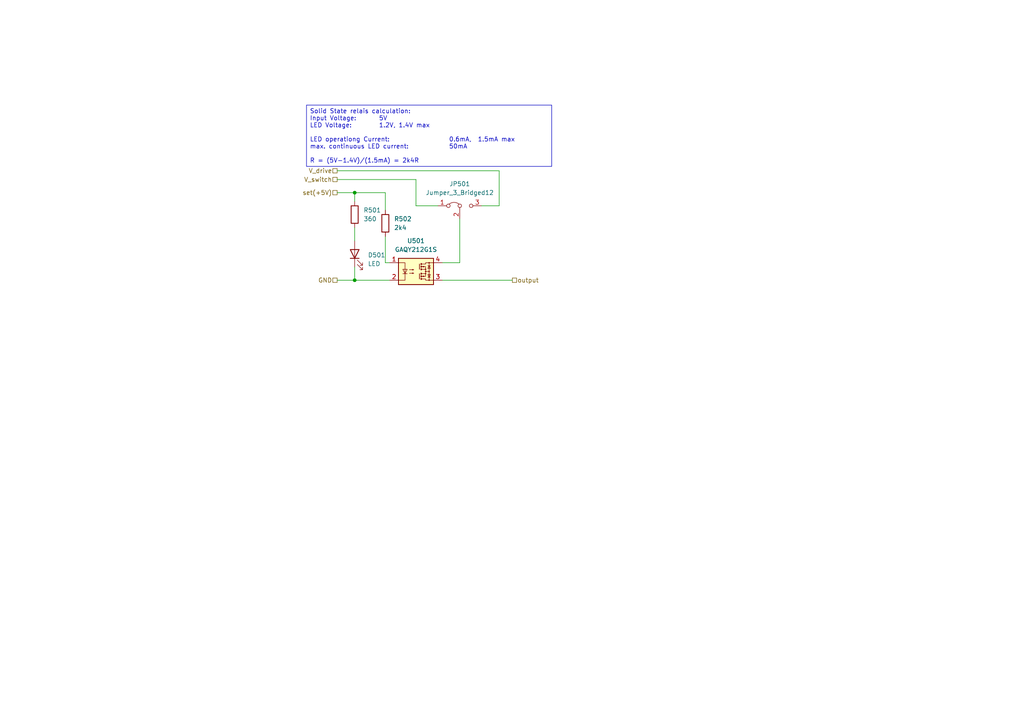
<source format=kicad_sch>
(kicad_sch
	(version 20231120)
	(generator "eeschema")
	(generator_version "8.0")
	(uuid "4de8e5be-4b0f-4e53-9471-30edc62e38f8")
	(paper "A4")
	(lib_symbols
		(symbol "Device:LED"
			(pin_numbers hide)
			(pin_names
				(offset 1.016) hide)
			(exclude_from_sim no)
			(in_bom yes)
			(on_board yes)
			(property "Reference" "D"
				(at 0 2.54 0)
				(effects
					(font
						(size 1.27 1.27)
					)
				)
			)
			(property "Value" "LED"
				(at 0 -2.54 0)
				(effects
					(font
						(size 1.27 1.27)
					)
				)
			)
			(property "Footprint" ""
				(at 0 0 0)
				(effects
					(font
						(size 1.27 1.27)
					)
					(hide yes)
				)
			)
			(property "Datasheet" "~"
				(at 0 0 0)
				(effects
					(font
						(size 1.27 1.27)
					)
					(hide yes)
				)
			)
			(property "Description" "Light emitting diode"
				(at 0 0 0)
				(effects
					(font
						(size 1.27 1.27)
					)
					(hide yes)
				)
			)
			(property "ki_keywords" "LED diode"
				(at 0 0 0)
				(effects
					(font
						(size 1.27 1.27)
					)
					(hide yes)
				)
			)
			(property "ki_fp_filters" "LED* LED_SMD:* LED_THT:*"
				(at 0 0 0)
				(effects
					(font
						(size 1.27 1.27)
					)
					(hide yes)
				)
			)
			(symbol "LED_0_1"
				(polyline
					(pts
						(xy -1.27 -1.27) (xy -1.27 1.27)
					)
					(stroke
						(width 0.254)
						(type default)
					)
					(fill
						(type none)
					)
				)
				(polyline
					(pts
						(xy -1.27 0) (xy 1.27 0)
					)
					(stroke
						(width 0)
						(type default)
					)
					(fill
						(type none)
					)
				)
				(polyline
					(pts
						(xy 1.27 -1.27) (xy 1.27 1.27) (xy -1.27 0) (xy 1.27 -1.27)
					)
					(stroke
						(width 0.254)
						(type default)
					)
					(fill
						(type none)
					)
				)
				(polyline
					(pts
						(xy -3.048 -0.762) (xy -4.572 -2.286) (xy -3.81 -2.286) (xy -4.572 -2.286) (xy -4.572 -1.524)
					)
					(stroke
						(width 0)
						(type default)
					)
					(fill
						(type none)
					)
				)
				(polyline
					(pts
						(xy -1.778 -0.762) (xy -3.302 -2.286) (xy -2.54 -2.286) (xy -3.302 -2.286) (xy -3.302 -1.524)
					)
					(stroke
						(width 0)
						(type default)
					)
					(fill
						(type none)
					)
				)
			)
			(symbol "LED_1_1"
				(pin passive line
					(at -3.81 0 0)
					(length 2.54)
					(name "K"
						(effects
							(font
								(size 1.27 1.27)
							)
						)
					)
					(number "1"
						(effects
							(font
								(size 1.27 1.27)
							)
						)
					)
				)
				(pin passive line
					(at 3.81 0 180)
					(length 2.54)
					(name "A"
						(effects
							(font
								(size 1.27 1.27)
							)
						)
					)
					(number "2"
						(effects
							(font
								(size 1.27 1.27)
							)
						)
					)
				)
			)
		)
		(symbol "Device:R"
			(pin_numbers hide)
			(pin_names
				(offset 0)
			)
			(exclude_from_sim no)
			(in_bom yes)
			(on_board yes)
			(property "Reference" "R"
				(at 2.032 0 90)
				(effects
					(font
						(size 1.27 1.27)
					)
				)
			)
			(property "Value" "R"
				(at 0 0 90)
				(effects
					(font
						(size 1.27 1.27)
					)
				)
			)
			(property "Footprint" ""
				(at -1.778 0 90)
				(effects
					(font
						(size 1.27 1.27)
					)
					(hide yes)
				)
			)
			(property "Datasheet" "~"
				(at 0 0 0)
				(effects
					(font
						(size 1.27 1.27)
					)
					(hide yes)
				)
			)
			(property "Description" "Resistor"
				(at 0 0 0)
				(effects
					(font
						(size 1.27 1.27)
					)
					(hide yes)
				)
			)
			(property "ki_keywords" "R res resistor"
				(at 0 0 0)
				(effects
					(font
						(size 1.27 1.27)
					)
					(hide yes)
				)
			)
			(property "ki_fp_filters" "R_*"
				(at 0 0 0)
				(effects
					(font
						(size 1.27 1.27)
					)
					(hide yes)
				)
			)
			(symbol "R_0_1"
				(rectangle
					(start -1.016 -2.54)
					(end 1.016 2.54)
					(stroke
						(width 0.254)
						(type default)
					)
					(fill
						(type none)
					)
				)
			)
			(symbol "R_1_1"
				(pin passive line
					(at 0 3.81 270)
					(length 1.27)
					(name "~"
						(effects
							(font
								(size 1.27 1.27)
							)
						)
					)
					(number "1"
						(effects
							(font
								(size 1.27 1.27)
							)
						)
					)
				)
				(pin passive line
					(at 0 -3.81 90)
					(length 1.27)
					(name "~"
						(effects
							(font
								(size 1.27 1.27)
							)
						)
					)
					(number "2"
						(effects
							(font
								(size 1.27 1.27)
							)
						)
					)
				)
			)
		)
		(symbol "Jumper:Jumper_3_Bridged12"
			(pin_names
				(offset 0) hide)
			(exclude_from_sim yes)
			(in_bom no)
			(on_board yes)
			(property "Reference" "JP"
				(at -2.54 -2.54 0)
				(effects
					(font
						(size 1.27 1.27)
					)
				)
			)
			(property "Value" "Jumper_3_Bridged12"
				(at 0 2.794 0)
				(effects
					(font
						(size 1.27 1.27)
					)
				)
			)
			(property "Footprint" ""
				(at 0 0 0)
				(effects
					(font
						(size 1.27 1.27)
					)
					(hide yes)
				)
			)
			(property "Datasheet" "~"
				(at 0 0 0)
				(effects
					(font
						(size 1.27 1.27)
					)
					(hide yes)
				)
			)
			(property "Description" "Jumper, 3-pole, pins 1+2 closed/bridged"
				(at 0 0 0)
				(effects
					(font
						(size 1.27 1.27)
					)
					(hide yes)
				)
			)
			(property "ki_keywords" "Jumper SPDT"
				(at 0 0 0)
				(effects
					(font
						(size 1.27 1.27)
					)
					(hide yes)
				)
			)
			(property "ki_fp_filters" "Jumper* TestPoint*3Pads* TestPoint*Bridge*"
				(at 0 0 0)
				(effects
					(font
						(size 1.27 1.27)
					)
					(hide yes)
				)
			)
			(symbol "Jumper_3_Bridged12_0_0"
				(circle
					(center -3.302 0)
					(radius 0.508)
					(stroke
						(width 0)
						(type default)
					)
					(fill
						(type none)
					)
				)
				(circle
					(center 0 0)
					(radius 0.508)
					(stroke
						(width 0)
						(type default)
					)
					(fill
						(type none)
					)
				)
				(circle
					(center 3.302 0)
					(radius 0.508)
					(stroke
						(width 0)
						(type default)
					)
					(fill
						(type none)
					)
				)
			)
			(symbol "Jumper_3_Bridged12_0_1"
				(arc
					(start -0.254 0.508)
					(mid -1.651 0.9912)
					(end -3.048 0.508)
					(stroke
						(width 0)
						(type default)
					)
					(fill
						(type none)
					)
				)
				(polyline
					(pts
						(xy 0 -1.27) (xy 0 -0.508)
					)
					(stroke
						(width 0)
						(type default)
					)
					(fill
						(type none)
					)
				)
			)
			(symbol "Jumper_3_Bridged12_1_1"
				(pin passive line
					(at -6.35 0 0)
					(length 2.54)
					(name "A"
						(effects
							(font
								(size 1.27 1.27)
							)
						)
					)
					(number "1"
						(effects
							(font
								(size 1.27 1.27)
							)
						)
					)
				)
				(pin passive line
					(at 0 -3.81 90)
					(length 2.54)
					(name "C"
						(effects
							(font
								(size 1.27 1.27)
							)
						)
					)
					(number "2"
						(effects
							(font
								(size 1.27 1.27)
							)
						)
					)
				)
				(pin passive line
					(at 6.35 0 180)
					(length 2.54)
					(name "B"
						(effects
							(font
								(size 1.27 1.27)
							)
						)
					)
					(number "3"
						(effects
							(font
								(size 1.27 1.27)
							)
						)
					)
				)
			)
		)
		(symbol "Relay_SolidState:TLP3123"
			(exclude_from_sim no)
			(in_bom yes)
			(on_board yes)
			(property "Reference" "U"
				(at -5.08 5.08 0)
				(effects
					(font
						(size 1.27 1.27)
					)
					(justify left)
				)
			)
			(property "Value" "TLP3123"
				(at 0 5.08 0)
				(effects
					(font
						(size 1.27 1.27)
					)
					(justify left)
				)
			)
			(property "Footprint" "Package_SO:SO-4_4.4x3.9mm_P2.54mm"
				(at -5.08 -5.08 0)
				(effects
					(font
						(size 1.27 1.27)
						(italic yes)
					)
					(justify left)
					(hide yes)
				)
			)
			(property "Datasheet" "https://toshiba.semicon-storage.com/info/docget.jsp?did=10047&prodName=TLP3123"
				(at 0 0 0)
				(effects
					(font
						(size 1.27 1.27)
					)
					(justify left)
					(hide yes)
				)
			)
			(property "Description" "Solid State Relay (Photo MOSFET) 40V, 1A, 0.1Ohm, SO-4"
				(at 0 0 0)
				(effects
					(font
						(size 1.27 1.27)
					)
					(hide yes)
				)
			)
			(property "ki_keywords" "MOSFET Output Photorelay 1-Form-A"
				(at 0 0 0)
				(effects
					(font
						(size 1.27 1.27)
					)
					(hide yes)
				)
			)
			(property "ki_fp_filters" "SO*4.4x3.9mm*P2.54mm*"
				(at 0 0 0)
				(effects
					(font
						(size 1.27 1.27)
					)
					(hide yes)
				)
			)
			(symbol "TLP3123_0_1"
				(rectangle
					(start -5.08 3.81)
					(end 5.08 -3.81)
					(stroke
						(width 0.254)
						(type default)
					)
					(fill
						(type background)
					)
				)
				(polyline
					(pts
						(xy -3.81 -0.635) (xy -2.54 -0.635)
					)
					(stroke
						(width 0)
						(type default)
					)
					(fill
						(type none)
					)
				)
				(polyline
					(pts
						(xy 1.016 -0.635) (xy 1.016 -2.159)
					)
					(stroke
						(width 0.2032)
						(type default)
					)
					(fill
						(type none)
					)
				)
				(polyline
					(pts
						(xy 1.016 2.159) (xy 1.016 0.635)
					)
					(stroke
						(width 0.2032)
						(type default)
					)
					(fill
						(type none)
					)
				)
				(polyline
					(pts
						(xy 1.524 -0.508) (xy 1.524 -0.762)
					)
					(stroke
						(width 0.3556)
						(type default)
					)
					(fill
						(type none)
					)
				)
				(polyline
					(pts
						(xy 2.794 0) (xy 3.81 0)
					)
					(stroke
						(width 0)
						(type default)
					)
					(fill
						(type none)
					)
				)
				(polyline
					(pts
						(xy 3.429 -1.651) (xy 4.191 -1.651)
					)
					(stroke
						(width 0)
						(type default)
					)
					(fill
						(type none)
					)
				)
				(polyline
					(pts
						(xy 3.429 1.651) (xy 4.191 1.651)
					)
					(stroke
						(width 0)
						(type default)
					)
					(fill
						(type none)
					)
				)
				(polyline
					(pts
						(xy 3.81 -2.54) (xy 3.81 2.54)
					)
					(stroke
						(width 0)
						(type default)
					)
					(fill
						(type none)
					)
				)
				(polyline
					(pts
						(xy 1.524 -2.032) (xy 1.524 -2.286) (xy 1.524 -2.286)
					)
					(stroke
						(width 0.3556)
						(type default)
					)
					(fill
						(type none)
					)
				)
				(polyline
					(pts
						(xy 1.524 -1.27) (xy 1.524 -1.524) (xy 1.524 -1.524)
					)
					(stroke
						(width 0.3556)
						(type default)
					)
					(fill
						(type none)
					)
				)
				(polyline
					(pts
						(xy 1.524 0.762) (xy 1.524 0.508) (xy 1.524 0.508)
					)
					(stroke
						(width 0.3556)
						(type default)
					)
					(fill
						(type none)
					)
				)
				(polyline
					(pts
						(xy 1.524 1.524) (xy 1.524 1.27) (xy 1.524 1.27)
					)
					(stroke
						(width 0.3556)
						(type default)
					)
					(fill
						(type none)
					)
				)
				(polyline
					(pts
						(xy 1.524 2.286) (xy 1.524 2.032) (xy 1.524 2.032)
					)
					(stroke
						(width 0.3556)
						(type default)
					)
					(fill
						(type none)
					)
				)
				(polyline
					(pts
						(xy 1.651 -1.397) (xy 2.794 -1.397) (xy 2.794 -0.635)
					)
					(stroke
						(width 0)
						(type default)
					)
					(fill
						(type none)
					)
				)
				(polyline
					(pts
						(xy 1.651 1.397) (xy 2.794 1.397) (xy 2.794 0.635)
					)
					(stroke
						(width 0)
						(type default)
					)
					(fill
						(type none)
					)
				)
				(polyline
					(pts
						(xy -5.08 2.54) (xy -3.175 2.54) (xy -3.175 -2.54) (xy -5.08 -2.54)
					)
					(stroke
						(width 0)
						(type default)
					)
					(fill
						(type none)
					)
				)
				(polyline
					(pts
						(xy -3.175 -0.635) (xy -3.81 0.635) (xy -2.54 0.635) (xy -3.175 -0.635)
					)
					(stroke
						(width 0)
						(type default)
					)
					(fill
						(type none)
					)
				)
				(polyline
					(pts
						(xy 1.651 -2.159) (xy 2.794 -2.159) (xy 2.794 -2.54) (xy 5.08 -2.54)
					)
					(stroke
						(width 0)
						(type default)
					)
					(fill
						(type none)
					)
				)
				(polyline
					(pts
						(xy 1.651 -0.635) (xy 2.794 -0.635) (xy 2.794 0.635) (xy 1.651 0.635)
					)
					(stroke
						(width 0)
						(type default)
					)
					(fill
						(type none)
					)
				)
				(polyline
					(pts
						(xy 1.651 2.159) (xy 2.794 2.159) (xy 2.794 2.54) (xy 5.08 2.54)
					)
					(stroke
						(width 0)
						(type default)
					)
					(fill
						(type none)
					)
				)
				(polyline
					(pts
						(xy 1.778 -1.397) (xy 2.286 -1.27) (xy 2.286 -1.524) (xy 1.778 -1.397)
					)
					(stroke
						(width 0)
						(type default)
					)
					(fill
						(type none)
					)
				)
				(polyline
					(pts
						(xy 1.778 1.397) (xy 2.286 1.524) (xy 2.286 1.27) (xy 1.778 1.397)
					)
					(stroke
						(width 0)
						(type default)
					)
					(fill
						(type none)
					)
				)
				(polyline
					(pts
						(xy 3.81 -1.651) (xy 3.429 -0.889) (xy 4.191 -0.889) (xy 3.81 -1.651)
					)
					(stroke
						(width 0)
						(type default)
					)
					(fill
						(type none)
					)
				)
				(polyline
					(pts
						(xy 3.81 1.651) (xy 3.429 0.889) (xy 4.191 0.889) (xy 3.81 1.651)
					)
					(stroke
						(width 0)
						(type default)
					)
					(fill
						(type none)
					)
				)
				(polyline
					(pts
						(xy -1.905 -0.508) (xy -0.635 -0.508) (xy -1.016 -0.635) (xy -1.016 -0.381) (xy -0.635 -0.508)
					)
					(stroke
						(width 0)
						(type default)
					)
					(fill
						(type none)
					)
				)
				(polyline
					(pts
						(xy -1.905 0.508) (xy -0.635 0.508) (xy -1.016 0.381) (xy -1.016 0.635) (xy -0.635 0.508)
					)
					(stroke
						(width 0)
						(type default)
					)
					(fill
						(type none)
					)
				)
				(circle
					(center 2.794 -0.635)
					(radius 0.127)
					(stroke
						(width 0)
						(type default)
					)
					(fill
						(type none)
					)
				)
				(circle
					(center 2.794 0)
					(radius 0.127)
					(stroke
						(width 0)
						(type default)
					)
					(fill
						(type none)
					)
				)
				(circle
					(center 2.794 0.635)
					(radius 0.127)
					(stroke
						(width 0)
						(type default)
					)
					(fill
						(type none)
					)
				)
				(circle
					(center 3.81 -2.54)
					(radius 0.127)
					(stroke
						(width 0)
						(type default)
					)
					(fill
						(type none)
					)
				)
				(circle
					(center 3.81 0)
					(radius 0.127)
					(stroke
						(width 0)
						(type default)
					)
					(fill
						(type none)
					)
				)
				(circle
					(center 3.81 2.54)
					(radius 0.127)
					(stroke
						(width 0)
						(type default)
					)
					(fill
						(type none)
					)
				)
			)
			(symbol "TLP3123_1_1"
				(pin passive line
					(at -7.62 2.54 0)
					(length 2.54)
					(name "~"
						(effects
							(font
								(size 1.27 1.27)
							)
						)
					)
					(number "1"
						(effects
							(font
								(size 1.27 1.27)
							)
						)
					)
				)
				(pin passive line
					(at -7.62 -2.54 0)
					(length 2.54)
					(name "~"
						(effects
							(font
								(size 1.27 1.27)
							)
						)
					)
					(number "2"
						(effects
							(font
								(size 1.27 1.27)
							)
						)
					)
				)
				(pin passive line
					(at 7.62 -2.54 180)
					(length 2.54)
					(name "~"
						(effects
							(font
								(size 1.27 1.27)
							)
						)
					)
					(number "3"
						(effects
							(font
								(size 1.27 1.27)
							)
						)
					)
				)
				(pin passive line
					(at 7.62 2.54 180)
					(length 2.54)
					(name "~"
						(effects
							(font
								(size 1.27 1.27)
							)
						)
					)
					(number "4"
						(effects
							(font
								(size 1.27 1.27)
							)
						)
					)
				)
			)
		)
	)
	(junction
		(at 102.87 81.28)
		(diameter 0)
		(color 0 0 0 0)
		(uuid "04dfbee1-6a77-4645-bc1a-83ad593e5da0")
	)
	(junction
		(at 102.87 55.88)
		(diameter 0)
		(color 0 0 0 0)
		(uuid "baede32f-8abe-4db5-879e-8b9dd441d04f")
	)
	(wire
		(pts
			(xy 144.78 59.69) (xy 139.7 59.69)
		)
		(stroke
			(width 0)
			(type default)
		)
		(uuid "01070f33-0db1-4dd0-a4b3-0992c5bf8fea")
	)
	(wire
		(pts
			(xy 120.65 59.69) (xy 127 59.69)
		)
		(stroke
			(width 0)
			(type default)
		)
		(uuid "0787fffb-ffcd-4b49-942a-bdbab66aa2b9")
	)
	(wire
		(pts
			(xy 102.87 55.88) (xy 102.87 58.42)
		)
		(stroke
			(width 0)
			(type default)
		)
		(uuid "1445c511-40b5-41e7-a604-1817c01c8c9f")
	)
	(wire
		(pts
			(xy 120.65 52.07) (xy 120.65 59.69)
		)
		(stroke
			(width 0)
			(type default)
		)
		(uuid "1868360c-7f31-42b4-a744-2d1962e300d8")
	)
	(wire
		(pts
			(xy 102.87 55.88) (xy 111.76 55.88)
		)
		(stroke
			(width 0)
			(type default)
		)
		(uuid "36cc0a3c-2003-4650-bf3f-9c4d39a2b96a")
	)
	(wire
		(pts
			(xy 144.78 49.53) (xy 144.78 59.69)
		)
		(stroke
			(width 0)
			(type default)
		)
		(uuid "647eb91a-09a9-4231-b267-8c2bb69f1e83")
	)
	(wire
		(pts
			(xy 102.87 81.28) (xy 113.03 81.28)
		)
		(stroke
			(width 0)
			(type default)
		)
		(uuid "66d0e57d-ca34-44d2-8c5f-31f65f635878")
	)
	(wire
		(pts
			(xy 97.79 49.53) (xy 144.78 49.53)
		)
		(stroke
			(width 0)
			(type default)
		)
		(uuid "790dbb06-ea48-4dfa-a055-953f5ffef875")
	)
	(wire
		(pts
			(xy 120.65 52.07) (xy 97.79 52.07)
		)
		(stroke
			(width 0)
			(type default)
		)
		(uuid "9456b2ee-2c4a-4b29-9a47-1888c9d1bfcc")
	)
	(wire
		(pts
			(xy 111.76 76.2) (xy 111.76 68.58)
		)
		(stroke
			(width 0)
			(type default)
		)
		(uuid "a6d7d99c-39ce-470b-94c2-3b15e87cc661")
	)
	(wire
		(pts
			(xy 111.76 76.2) (xy 113.03 76.2)
		)
		(stroke
			(width 0)
			(type default)
		)
		(uuid "aadc47c0-5fa2-40f2-af78-add6d1231111")
	)
	(wire
		(pts
			(xy 102.87 77.47) (xy 102.87 81.28)
		)
		(stroke
			(width 0)
			(type default)
		)
		(uuid "aaf7ca01-8283-47a5-9440-dd42eb1e301a")
	)
	(wire
		(pts
			(xy 133.35 76.2) (xy 128.27 76.2)
		)
		(stroke
			(width 0)
			(type default)
		)
		(uuid "b10b63f3-33de-4db7-8a01-991e159f7809")
	)
	(wire
		(pts
			(xy 102.87 66.04) (xy 102.87 69.85)
		)
		(stroke
			(width 0)
			(type default)
		)
		(uuid "b4907b70-0974-4985-b1e3-964441db79cd")
	)
	(wire
		(pts
			(xy 133.35 63.5) (xy 133.35 76.2)
		)
		(stroke
			(width 0)
			(type default)
		)
		(uuid "c426d150-b49f-47a8-aee5-dd5b5e9fc17c")
	)
	(wire
		(pts
			(xy 97.79 55.88) (xy 102.87 55.88)
		)
		(stroke
			(width 0)
			(type default)
		)
		(uuid "c857f5ab-b76d-4611-b51e-b214b746c11c")
	)
	(wire
		(pts
			(xy 111.76 60.96) (xy 111.76 55.88)
		)
		(stroke
			(width 0)
			(type default)
		)
		(uuid "cfb2abca-5cf7-4faa-af08-af869b8fb47c")
	)
	(wire
		(pts
			(xy 128.27 81.28) (xy 148.59 81.28)
		)
		(stroke
			(width 0)
			(type default)
		)
		(uuid "d691ab6b-2d54-494d-84fc-02890fc703d0")
	)
	(wire
		(pts
			(xy 97.79 81.28) (xy 102.87 81.28)
		)
		(stroke
			(width 0)
			(type default)
		)
		(uuid "f4b7632e-bc0c-4bec-8065-29f9685271fe")
	)
	(text_box "Solid State relais calculation:\nInput Voltage:	5V\nLED Voltage: 	1.2V, 1.4V max\n\nLED operationg Current:			0.6mA,  1.5mA max\nmax. continuous LED current:	50mA\n\nR = (5V-1.4V)/(1.5mA) = 2k4R"
		(exclude_from_sim no)
		(at 88.9 30.48 0)
		(size 71.12 17.78)
		(stroke
			(width 0)
			(type default)
		)
		(fill
			(type none)
		)
		(effects
			(font
				(size 1.27 1.27)
			)
			(justify left top)
		)
		(uuid "7f6642b1-c3f5-4ca5-adc2-4cdc3c7a5fee")
	)
	(hierarchical_label "V_drive"
		(shape passive)
		(at 97.79 49.53 180)
		(fields_autoplaced yes)
		(effects
			(font
				(size 1.27 1.27)
			)
			(justify right)
		)
		(uuid "6e344b74-a306-4c91-93eb-16840f2ca537")
	)
	(hierarchical_label "set(+5V)"
		(shape passive)
		(at 97.79 55.88 180)
		(fields_autoplaced yes)
		(effects
			(font
				(size 1.27 1.27)
			)
			(justify right)
		)
		(uuid "7f89d5b0-3543-4805-ab8a-14bea50b4a35")
	)
	(hierarchical_label "V_switch"
		(shape passive)
		(at 97.79 52.07 180)
		(fields_autoplaced yes)
		(effects
			(font
				(size 1.27 1.27)
			)
			(justify right)
		)
		(uuid "8fc8f1bd-831c-4d2d-b0da-8f979f85f3bb")
	)
	(hierarchical_label "GND"
		(shape passive)
		(at 97.79 81.28 180)
		(fields_autoplaced yes)
		(effects
			(font
				(size 1.27 1.27)
			)
			(justify right)
		)
		(uuid "ab954c04-41cf-4f89-a36e-90214b08aab0")
	)
	(hierarchical_label "output"
		(shape passive)
		(at 148.59 81.28 0)
		(fields_autoplaced yes)
		(effects
			(font
				(size 1.27 1.27)
			)
			(justify left)
		)
		(uuid "c1cc2fb3-ecb3-40bb-bab0-a3e3ed85ef20")
	)
	(symbol
		(lib_id "Jumper:Jumper_3_Bridged12")
		(at 133.35 59.69 0)
		(unit 1)
		(exclude_from_sim yes)
		(in_bom no)
		(on_board yes)
		(dnp no)
		(uuid "202bd5d5-c282-4ce2-9fed-ce38a666e613")
		(property "Reference" "JP401"
			(at 133.35 53.34 0)
			(effects
				(font
					(size 1.27 1.27)
				)
			)
		)
		(property "Value" "Jumper_3_Bridged12"
			(at 133.35 55.88 0)
			(effects
				(font
					(size 1.27 1.27)
				)
			)
		)
		(property "Footprint" "Connector_PinHeader_2.54mm:PinHeader_1x03_P2.54mm_Vertical"
			(at 133.35 59.69 0)
			(effects
				(font
					(size 1.27 1.27)
				)
				(hide yes)
			)
		)
		(property "Datasheet" "~"
			(at 133.35 59.69 0)
			(effects
				(font
					(size 1.27 1.27)
				)
				(hide yes)
			)
		)
		(property "Description" "Jumper, 3-pole, pins 1+2 closed/bridged"
			(at 133.35 59.69 0)
			(effects
				(font
					(size 1.27 1.27)
				)
				(hide yes)
			)
		)
		(property "LCSC" "C124376"
			(at 133.35 59.69 0)
			(effects
				(font
					(size 1.27 1.27)
				)
				(hide yes)
			)
		)
		(pin "3"
			(uuid "bc62ba5e-85fb-4005-bbb5-77831b659c23")
		)
		(pin "1"
			(uuid "4565531f-b2f3-466b-bce8-6327ef6acd23")
		)
		(pin "2"
			(uuid "1eaf5686-cd0c-40b0-b155-d285924fbbbe")
		)
		(instances
			(project "expansion_a"
				(path "/c259a07e-8f4f-4615-b83b-62a2ab9710e5/30f27b20-62a3-4293-b51e-25f8d7be340b"
					(reference "JP501")
					(unit 1)
				)
				(path "/c259a07e-8f4f-4615-b83b-62a2ab9710e5/33d8883b-0ef6-499a-b65a-5bac4c8d24a7"
					(reference "JP401")
					(unit 1)
				)
				(path "/c259a07e-8f4f-4615-b83b-62a2ab9710e5/3a138386-6a93-492a-a539-181e053e03e4"
					(reference "JP301")
					(unit 1)
				)
				(path "/c259a07e-8f4f-4615-b83b-62a2ab9710e5/50d4fa71-5f9e-487c-af86-60d5f40c4d8e"
					(reference "JP601")
					(unit 1)
				)
				(path "/c259a07e-8f4f-4615-b83b-62a2ab9710e5/68364230-b16b-4100-9ca1-afa851ec7159"
					(reference "JP701")
					(unit 1)
				)
				(path "/c259a07e-8f4f-4615-b83b-62a2ab9710e5/b1f31795-448f-4dea-a6ed-eb9d16e90392"
					(reference "JP1001")
					(unit 1)
				)
				(path "/c259a07e-8f4f-4615-b83b-62a2ab9710e5/cfd4d629-5178-4496-b5b0-eb83d8790e46"
					(reference "JP901")
					(unit 1)
				)
				(path "/c259a07e-8f4f-4615-b83b-62a2ab9710e5/ed4b3a70-48fe-4ac4-b812-1767b3daacdf"
					(reference "JP801")
					(unit 1)
				)
			)
		)
	)
	(symbol
		(lib_id "Device:R")
		(at 111.76 64.77 0)
		(unit 1)
		(exclude_from_sim no)
		(in_bom yes)
		(on_board yes)
		(dnp no)
		(fields_autoplaced yes)
		(uuid "2c25d3f8-6fe1-43b4-8c61-8180590adfd9")
		(property "Reference" "R402"
			(at 114.3 63.4999 0)
			(effects
				(font
					(size 1.27 1.27)
				)
				(justify left)
			)
		)
		(property "Value" "2k4"
			(at 114.3 66.0399 0)
			(effects
				(font
					(size 1.27 1.27)
				)
				(justify left)
			)
		)
		(property "Footprint" "Resistor_SMD:R_0805_2012Metric"
			(at 109.982 64.77 90)
			(effects
				(font
					(size 1.27 1.27)
				)
				(hide yes)
			)
		)
		(property "Datasheet" "~"
			(at 111.76 64.77 0)
			(effects
				(font
					(size 1.27 1.27)
				)
				(hide yes)
			)
		)
		(property "Description" "Resistor"
			(at 111.76 64.77 0)
			(effects
				(font
					(size 1.27 1.27)
				)
				(hide yes)
			)
		)
		(property "Feld6" ""
			(at 111.76 64.77 0)
			(effects
				(font
					(size 1.27 1.27)
				)
				(hide yes)
			)
		)
		(property "LCSC" "C26018"
			(at 111.76 64.77 0)
			(effects
				(font
					(size 1.27 1.27)
				)
				(hide yes)
			)
		)
		(pin "2"
			(uuid "96e5718b-f21a-4a91-bbba-4abe76a101f0")
		)
		(pin "1"
			(uuid "9641b2de-894e-4521-8060-795d40fabac2")
		)
		(instances
			(project "expansion_a"
				(path "/c259a07e-8f4f-4615-b83b-62a2ab9710e5/30f27b20-62a3-4293-b51e-25f8d7be340b"
					(reference "R502")
					(unit 1)
				)
				(path "/c259a07e-8f4f-4615-b83b-62a2ab9710e5/33d8883b-0ef6-499a-b65a-5bac4c8d24a7"
					(reference "R402")
					(unit 1)
				)
				(path "/c259a07e-8f4f-4615-b83b-62a2ab9710e5/3a138386-6a93-492a-a539-181e053e03e4"
					(reference "R302")
					(unit 1)
				)
				(path "/c259a07e-8f4f-4615-b83b-62a2ab9710e5/50d4fa71-5f9e-487c-af86-60d5f40c4d8e"
					(reference "R602")
					(unit 1)
				)
				(path "/c259a07e-8f4f-4615-b83b-62a2ab9710e5/68364230-b16b-4100-9ca1-afa851ec7159"
					(reference "R702")
					(unit 1)
				)
				(path "/c259a07e-8f4f-4615-b83b-62a2ab9710e5/b1f31795-448f-4dea-a6ed-eb9d16e90392"
					(reference "R1002")
					(unit 1)
				)
				(path "/c259a07e-8f4f-4615-b83b-62a2ab9710e5/cfd4d629-5178-4496-b5b0-eb83d8790e46"
					(reference "R902")
					(unit 1)
				)
				(path "/c259a07e-8f4f-4615-b83b-62a2ab9710e5/ed4b3a70-48fe-4ac4-b812-1767b3daacdf"
					(reference "R802")
					(unit 1)
				)
			)
		)
	)
	(symbol
		(lib_id "Device:LED")
		(at 102.87 73.66 90)
		(unit 1)
		(exclude_from_sim no)
		(in_bom yes)
		(on_board yes)
		(dnp no)
		(fields_autoplaced yes)
		(uuid "aad771c6-2adc-4918-823e-245a55b95943")
		(property "Reference" "D401"
			(at 106.68 73.9774 90)
			(effects
				(font
					(size 1.27 1.27)
				)
				(justify right)
			)
		)
		(property "Value" "LED"
			(at 106.68 76.5174 90)
			(effects
				(font
					(size 1.27 1.27)
				)
				(justify right)
			)
		)
		(property "Footprint" "Capacitor_Tantalum_SMD:CP_EIA-3528-12_Kemet-T"
			(at 102.87 73.66 0)
			(effects
				(font
					(size 1.27 1.27)
				)
				(hide yes)
			)
		)
		(property "Datasheet" "~"
			(at 102.87 73.66 0)
			(effects
				(font
					(size 1.27 1.27)
				)
				(hide yes)
			)
		)
		(property "Description" "Light emitting diode"
			(at 102.87 73.66 0)
			(effects
				(font
					(size 1.27 1.27)
				)
				(hide yes)
			)
		)
		(property "LCSC" "C5246350"
			(at 102.87 73.66 0)
			(effects
				(font
					(size 1.27 1.27)
				)
				(hide yes)
			)
		)
		(pin "1"
			(uuid "ae711b9e-9dbd-4140-92e3-17af9402c6a6")
		)
		(pin "2"
			(uuid "b8e4e533-675f-46b8-8d91-d9ac0ad62f9d")
		)
		(instances
			(project "expansion_a"
				(path "/c259a07e-8f4f-4615-b83b-62a2ab9710e5/30f27b20-62a3-4293-b51e-25f8d7be340b"
					(reference "D501")
					(unit 1)
				)
				(path "/c259a07e-8f4f-4615-b83b-62a2ab9710e5/33d8883b-0ef6-499a-b65a-5bac4c8d24a7"
					(reference "D401")
					(unit 1)
				)
				(path "/c259a07e-8f4f-4615-b83b-62a2ab9710e5/3a138386-6a93-492a-a539-181e053e03e4"
					(reference "D301")
					(unit 1)
				)
				(path "/c259a07e-8f4f-4615-b83b-62a2ab9710e5/50d4fa71-5f9e-487c-af86-60d5f40c4d8e"
					(reference "D601")
					(unit 1)
				)
				(path "/c259a07e-8f4f-4615-b83b-62a2ab9710e5/68364230-b16b-4100-9ca1-afa851ec7159"
					(reference "D701")
					(unit 1)
				)
				(path "/c259a07e-8f4f-4615-b83b-62a2ab9710e5/b1f31795-448f-4dea-a6ed-eb9d16e90392"
					(reference "D1001")
					(unit 1)
				)
				(path "/c259a07e-8f4f-4615-b83b-62a2ab9710e5/cfd4d629-5178-4496-b5b0-eb83d8790e46"
					(reference "D901")
					(unit 1)
				)
				(path "/c259a07e-8f4f-4615-b83b-62a2ab9710e5/ed4b3a70-48fe-4ac4-b812-1767b3daacdf"
					(reference "D801")
					(unit 1)
				)
			)
		)
	)
	(symbol
		(lib_id "Device:R")
		(at 102.87 62.23 0)
		(unit 1)
		(exclude_from_sim no)
		(in_bom yes)
		(on_board yes)
		(dnp no)
		(fields_autoplaced yes)
		(uuid "b1e55a16-29eb-4b3b-a150-a307b6530520")
		(property "Reference" "R401"
			(at 105.41 60.9599 0)
			(effects
				(font
					(size 1.27 1.27)
				)
				(justify left)
			)
		)
		(property "Value" "360"
			(at 105.41 63.4999 0)
			(effects
				(font
					(size 1.27 1.27)
				)
				(justify left)
			)
		)
		(property "Footprint" "Resistor_SMD:R_0805_2012Metric"
			(at 101.092 62.23 90)
			(effects
				(font
					(size 1.27 1.27)
				)
				(hide yes)
			)
		)
		(property "Datasheet" "~"
			(at 102.87 62.23 0)
			(effects
				(font
					(size 1.27 1.27)
				)
				(hide yes)
			)
		)
		(property "Description" "Resistor"
			(at 102.87 62.23 0)
			(effects
				(font
					(size 1.27 1.27)
				)
				(hide yes)
			)
		)
		(property "LCSC" "C25308"
			(at 102.87 62.23 0)
			(effects
				(font
					(size 1.27 1.27)
				)
				(hide yes)
			)
		)
		(pin "1"
			(uuid "88adf90e-a5a4-4fa7-89b1-5601dca1fea8")
		)
		(pin "2"
			(uuid "85de6d86-9db9-42b6-ab77-6c06d3215142")
		)
		(instances
			(project "expansion_a"
				(path "/c259a07e-8f4f-4615-b83b-62a2ab9710e5/30f27b20-62a3-4293-b51e-25f8d7be340b"
					(reference "R501")
					(unit 1)
				)
				(path "/c259a07e-8f4f-4615-b83b-62a2ab9710e5/33d8883b-0ef6-499a-b65a-5bac4c8d24a7"
					(reference "R401")
					(unit 1)
				)
				(path "/c259a07e-8f4f-4615-b83b-62a2ab9710e5/3a138386-6a93-492a-a539-181e053e03e4"
					(reference "R301")
					(unit 1)
				)
				(path "/c259a07e-8f4f-4615-b83b-62a2ab9710e5/50d4fa71-5f9e-487c-af86-60d5f40c4d8e"
					(reference "R601")
					(unit 1)
				)
				(path "/c259a07e-8f4f-4615-b83b-62a2ab9710e5/68364230-b16b-4100-9ca1-afa851ec7159"
					(reference "R701")
					(unit 1)
				)
				(path "/c259a07e-8f4f-4615-b83b-62a2ab9710e5/b1f31795-448f-4dea-a6ed-eb9d16e90392"
					(reference "R1001")
					(unit 1)
				)
				(path "/c259a07e-8f4f-4615-b83b-62a2ab9710e5/cfd4d629-5178-4496-b5b0-eb83d8790e46"
					(reference "R901")
					(unit 1)
				)
				(path "/c259a07e-8f4f-4615-b83b-62a2ab9710e5/ed4b3a70-48fe-4ac4-b812-1767b3daacdf"
					(reference "R801")
					(unit 1)
				)
			)
		)
	)
	(symbol
		(lib_id "Relay_SolidState:TLP3123")
		(at 120.65 78.74 0)
		(unit 1)
		(exclude_from_sim no)
		(in_bom yes)
		(on_board yes)
		(dnp no)
		(fields_autoplaced yes)
		(uuid "b7406be7-0a8a-4b1f-b16c-5a964bd72f9a")
		(property "Reference" "U401"
			(at 120.65 69.85 0)
			(effects
				(font
					(size 1.27 1.27)
				)
			)
		)
		(property "Value" "GAQY212G1S"
			(at 120.65 72.39 0)
			(effects
				(font
					(size 1.27 1.27)
				)
			)
		)
		(property "Footprint" "Package_SO:SO-4_4.4x3.9mm_P2.54mm"
			(at 115.57 83.82 0)
			(effects
				(font
					(size 1.27 1.27)
					(italic yes)
				)
				(justify left)
				(hide yes)
			)
		)
		(property "Datasheet" "https://wmsc.lcsc.com/wmsc/upload/file/pdf/v2/lcsc/2405271610_SUPSiC-GAQY212G1S_C7435108.pdf"
			(at 120.65 78.74 0)
			(effects
				(font
					(size 1.27 1.27)
				)
				(justify left)
				(hide yes)
			)
		)
		(property "Description" "Solid State Relay (Photo MOSFET) 60V, 1A, 0.1Ohm, SO-4"
			(at 120.65 78.74 0)
			(effects
				(font
					(size 1.27 1.27)
				)
				(hide yes)
			)
		)
		(property "LCSC" "C7435108"
			(at 120.65 78.74 0)
			(effects
				(font
					(size 1.27 1.27)
				)
				(hide yes)
			)
		)
		(pin "4"
			(uuid "b3c1c9d8-4a07-4943-8d5b-ba897e5ce0bb")
		)
		(pin "2"
			(uuid "f5a1ce10-fd74-424c-971b-9ad2f75254fc")
		)
		(pin "1"
			(uuid "d903c883-f3be-42bb-8227-6d64f2460f43")
		)
		(pin "3"
			(uuid "302c7806-8c8a-4222-8ce0-283e2554a36b")
		)
		(instances
			(project "expansion_a"
				(path "/c259a07e-8f4f-4615-b83b-62a2ab9710e5/30f27b20-62a3-4293-b51e-25f8d7be340b"
					(reference "U501")
					(unit 1)
				)
				(path "/c259a07e-8f4f-4615-b83b-62a2ab9710e5/33d8883b-0ef6-499a-b65a-5bac4c8d24a7"
					(reference "U401")
					(unit 1)
				)
				(path "/c259a07e-8f4f-4615-b83b-62a2ab9710e5/3a138386-6a93-492a-a539-181e053e03e4"
					(reference "U301")
					(unit 1)
				)
				(path "/c259a07e-8f4f-4615-b83b-62a2ab9710e5/50d4fa71-5f9e-487c-af86-60d5f40c4d8e"
					(reference "U601")
					(unit 1)
				)
				(path "/c259a07e-8f4f-4615-b83b-62a2ab9710e5/68364230-b16b-4100-9ca1-afa851ec7159"
					(reference "U701")
					(unit 1)
				)
				(path "/c259a07e-8f4f-4615-b83b-62a2ab9710e5/b1f31795-448f-4dea-a6ed-eb9d16e90392"
					(reference "U1001")
					(unit 1)
				)
				(path "/c259a07e-8f4f-4615-b83b-62a2ab9710e5/cfd4d629-5178-4496-b5b0-eb83d8790e46"
					(reference "U901")
					(unit 1)
				)
				(path "/c259a07e-8f4f-4615-b83b-62a2ab9710e5/ed4b3a70-48fe-4ac4-b812-1767b3daacdf"
					(reference "U801")
					(unit 1)
				)
			)
		)
	)
)

</source>
